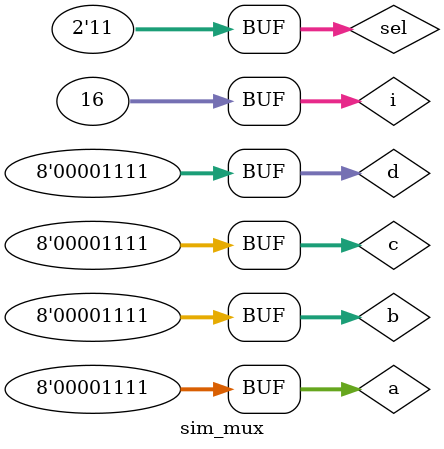
<source format=v>
`timescale 1ns / 1ps



module sim_mux;

reg[7:0] a,b,c,d;
reg[1:0] sel;
wire [7:0] y;
//reg [7:0]     y;

integer  i;

mux my_mux( a,b,c,d,sel, y );

initial
begin
   #1 $monitor("a = %b", a, "  | b = %b", b,"| c = %b", c,"| d = %b", d," |  sel = ", sel, "  |  y = %b", y );

   for( i = 0; i <= 15; i = i + 1)
   begin
      a = i;
      b = i;
      c = i;
      d = i;
      sel = 0;  #1;
      sel = 1;  #1;
      sel = 2;  #1;
      sel = 3;  #1;
      $display("-----------------------------------------");
    end

end
endmodule
</source>
